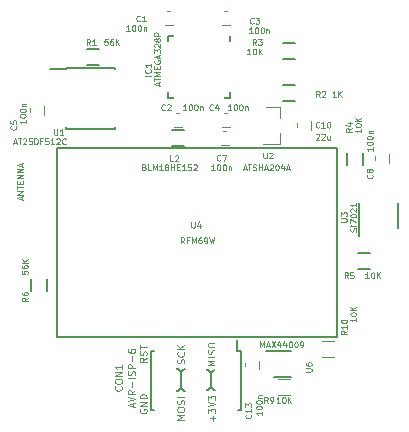
<source format=gto>
G04 #@! TF.GenerationSoftware,KiCad,Pcbnew,no-vcs-found-7713~57~ubuntu16.04.1*
G04 #@! TF.CreationDate,2017-02-24T16:11:26+02:00*
G04 #@! TF.ProjectId,multisensor_cr2032,6D756C746973656E736F725F63723230,rev?*
G04 #@! TF.FileFunction,Legend,Top*
G04 #@! TF.FilePolarity,Positive*
%FSLAX46Y46*%
G04 Gerber Fmt 4.6, Leading zero omitted, Abs format (unit mm)*
G04 Created by KiCad (PCBNEW no-vcs-found-7713~57~ubuntu16.04.1) date Fri Feb 24 16:11:26 2017*
%MOMM*%
%LPD*%
G01*
G04 APERTURE LIST*
%ADD10C,0.100000*%
%ADD11C,0.120000*%
%ADD12C,0.150000*%
%ADD13R,1.670000X2.900000*%
%ADD14R,1.600000X1.150000*%
%ADD15R,1.150000X1.600000*%
%ADD16R,2.125000X2.125000*%
%ADD17R,1.100000X0.650000*%
%ADD18R,0.650000X1.100000*%
%ADD19R,1.900000X3.400000*%
%ADD20R,1.600000X1.300000*%
%ADD21R,1.300000X1.600000*%
%ADD22R,1.950000X1.000000*%
%ADD23R,1.300000X1.200000*%
%ADD24R,1.700000X1.250000*%
%ADD25R,0.850000X1.030000*%
%ADD26R,3.400000X1.600000*%
%ADD27R,1.400000X1.200000*%
%ADD28R,1.050000X0.750000*%
G04 APERTURE END LIST*
D10*
D11*
X115842857Y-99371428D02*
X115871428Y-99285714D01*
X115871428Y-99142857D01*
X115842857Y-99085714D01*
X115814285Y-99057142D01*
X115757142Y-99028571D01*
X115700000Y-99028571D01*
X115642857Y-99057142D01*
X115614285Y-99085714D01*
X115585714Y-99142857D01*
X115557142Y-99257142D01*
X115528571Y-99314285D01*
X115500000Y-99342857D01*
X115442857Y-99371428D01*
X115385714Y-99371428D01*
X115328571Y-99342857D01*
X115300000Y-99314285D01*
X115271428Y-99257142D01*
X115271428Y-99114285D01*
X115300000Y-99028571D01*
X115814285Y-98428571D02*
X115842857Y-98457142D01*
X115871428Y-98542857D01*
X115871428Y-98600000D01*
X115842857Y-98685714D01*
X115785714Y-98742857D01*
X115728571Y-98771428D01*
X115614285Y-98800000D01*
X115528571Y-98800000D01*
X115414285Y-98771428D01*
X115357142Y-98742857D01*
X115300000Y-98685714D01*
X115271428Y-98600000D01*
X115271428Y-98542857D01*
X115300000Y-98457142D01*
X115328571Y-98428571D01*
X115871428Y-98171428D02*
X115271428Y-98171428D01*
X115871428Y-97828571D02*
X115528571Y-98085714D01*
X115271428Y-97828571D02*
X115614285Y-98171428D01*
X118471428Y-99542857D02*
X117871428Y-99542857D01*
X118300000Y-99342857D01*
X117871428Y-99142857D01*
X118471428Y-99142857D01*
X118471428Y-98857142D02*
X117871428Y-98857142D01*
X118442857Y-98600000D02*
X118471428Y-98514285D01*
X118471428Y-98371428D01*
X118442857Y-98314285D01*
X118414285Y-98285714D01*
X118357142Y-98257142D01*
X118300000Y-98257142D01*
X118242857Y-98285714D01*
X118214285Y-98314285D01*
X118185714Y-98371428D01*
X118157142Y-98485714D01*
X118128571Y-98542857D01*
X118100000Y-98571428D01*
X118042857Y-98600000D01*
X117985714Y-98600000D01*
X117928571Y-98571428D01*
X117900000Y-98542857D01*
X117871428Y-98485714D01*
X117871428Y-98342857D01*
X117900000Y-98257142D01*
X117871428Y-97885714D02*
X117871428Y-97771428D01*
X117900000Y-97714285D01*
X117957142Y-97657142D01*
X118071428Y-97628571D01*
X118271428Y-97628571D01*
X118385714Y-97657142D01*
X118442857Y-97714285D01*
X118471428Y-97771428D01*
X118471428Y-97885714D01*
X118442857Y-97942857D01*
X118385714Y-98000000D01*
X118271428Y-98028571D01*
X118071428Y-98028571D01*
X117957142Y-98000000D01*
X117900000Y-97942857D01*
X117871428Y-97885714D01*
X118242857Y-104257142D02*
X118242857Y-103800000D01*
X118471428Y-104028571D02*
X118014285Y-104028571D01*
X117871428Y-103571428D02*
X117871428Y-103200000D01*
X118100000Y-103400000D01*
X118100000Y-103314285D01*
X118128571Y-103257142D01*
X118157142Y-103228571D01*
X118214285Y-103200000D01*
X118357142Y-103200000D01*
X118414285Y-103228571D01*
X118442857Y-103257142D01*
X118471428Y-103314285D01*
X118471428Y-103485714D01*
X118442857Y-103542857D01*
X118414285Y-103571428D01*
X117871428Y-103028571D02*
X118471428Y-102828571D01*
X117871428Y-102628571D01*
X117871428Y-102485714D02*
X117871428Y-102114285D01*
X118100000Y-102314285D01*
X118100000Y-102228571D01*
X118128571Y-102171428D01*
X118157142Y-102142857D01*
X118214285Y-102114285D01*
X118357142Y-102114285D01*
X118414285Y-102142857D01*
X118442857Y-102171428D01*
X118471428Y-102228571D01*
X118471428Y-102400000D01*
X118442857Y-102457142D01*
X118414285Y-102485714D01*
X115871428Y-104142857D02*
X115271428Y-104142857D01*
X115700000Y-103942857D01*
X115271428Y-103742857D01*
X115871428Y-103742857D01*
X115271428Y-103342857D02*
X115271428Y-103228571D01*
X115300000Y-103171428D01*
X115357142Y-103114285D01*
X115471428Y-103085714D01*
X115671428Y-103085714D01*
X115785714Y-103114285D01*
X115842857Y-103171428D01*
X115871428Y-103228571D01*
X115871428Y-103342857D01*
X115842857Y-103400000D01*
X115785714Y-103457142D01*
X115671428Y-103485714D01*
X115471428Y-103485714D01*
X115357142Y-103457142D01*
X115300000Y-103400000D01*
X115271428Y-103342857D01*
X115842857Y-102857142D02*
X115871428Y-102771428D01*
X115871428Y-102628571D01*
X115842857Y-102571428D01*
X115814285Y-102542857D01*
X115757142Y-102514285D01*
X115700000Y-102514285D01*
X115642857Y-102542857D01*
X115614285Y-102571428D01*
X115585714Y-102628571D01*
X115557142Y-102742857D01*
X115528571Y-102800000D01*
X115500000Y-102828571D01*
X115442857Y-102857142D01*
X115385714Y-102857142D01*
X115328571Y-102828571D01*
X115300000Y-102800000D01*
X115271428Y-102742857D01*
X115271428Y-102600000D01*
X115300000Y-102514285D01*
X115871428Y-102257142D02*
X115271428Y-102257142D01*
X112100000Y-103257142D02*
X112071428Y-103314285D01*
X112071428Y-103400000D01*
X112100000Y-103485714D01*
X112157142Y-103542857D01*
X112214285Y-103571428D01*
X112328571Y-103600000D01*
X112414285Y-103600000D01*
X112528571Y-103571428D01*
X112585714Y-103542857D01*
X112642857Y-103485714D01*
X112671428Y-103400000D01*
X112671428Y-103342857D01*
X112642857Y-103257142D01*
X112614285Y-103228571D01*
X112414285Y-103228571D01*
X112414285Y-103342857D01*
X112671428Y-102971428D02*
X112071428Y-102971428D01*
X112671428Y-102628571D01*
X112071428Y-102628571D01*
X112671428Y-102342857D02*
X112071428Y-102342857D01*
X112071428Y-102200000D01*
X112100000Y-102114285D01*
X112157142Y-102057142D01*
X112214285Y-102028571D01*
X112328571Y-102000000D01*
X112414285Y-102000000D01*
X112528571Y-102028571D01*
X112585714Y-102057142D01*
X112642857Y-102114285D01*
X112671428Y-102200000D01*
X112671428Y-102342857D01*
X112671428Y-98928571D02*
X112385714Y-99128571D01*
X112671428Y-99271428D02*
X112071428Y-99271428D01*
X112071428Y-99042857D01*
X112100000Y-98985714D01*
X112128571Y-98957142D01*
X112185714Y-98928571D01*
X112271428Y-98928571D01*
X112328571Y-98957142D01*
X112357142Y-98985714D01*
X112385714Y-99042857D01*
X112385714Y-99271428D01*
X112642857Y-98700000D02*
X112671428Y-98614285D01*
X112671428Y-98471428D01*
X112642857Y-98414285D01*
X112614285Y-98385714D01*
X112557142Y-98357142D01*
X112500000Y-98357142D01*
X112442857Y-98385714D01*
X112414285Y-98414285D01*
X112385714Y-98471428D01*
X112357142Y-98585714D01*
X112328571Y-98642857D01*
X112300000Y-98671428D01*
X112242857Y-98700000D01*
X112185714Y-98700000D01*
X112128571Y-98671428D01*
X112100000Y-98642857D01*
X112071428Y-98585714D01*
X112071428Y-98442857D01*
X112100000Y-98357142D01*
X112071428Y-98185714D02*
X112071428Y-97842857D01*
X112671428Y-98014285D02*
X112071428Y-98014285D01*
D12*
X115570000Y-100137848D02*
X115570000Y-101439883D01*
X115316000Y-99838000D02*
X115570000Y-100092000D01*
X115570000Y-100092000D02*
X115824000Y-99838000D01*
X115824000Y-99838000D02*
X115951000Y-99838000D01*
X115189000Y-99838000D02*
X115316000Y-99838000D01*
X117856000Y-99938000D02*
X118110000Y-100192000D01*
X115824000Y-101738000D02*
X115570000Y-101484000D01*
X118364000Y-99938000D02*
X118491000Y-99938000D01*
X115316000Y-101738000D02*
X115189000Y-101738000D01*
X118110000Y-100192000D02*
X118364000Y-99938000D01*
X115570000Y-101484000D02*
X115316000Y-101738000D01*
X117729000Y-99938000D02*
X117856000Y-99938000D01*
X115951000Y-101738000D02*
X115824000Y-101738000D01*
X120650000Y-103338000D02*
X120370000Y-103338000D01*
X117856000Y-101638000D02*
X117729000Y-101638000D01*
X118110000Y-101384000D02*
X117856000Y-101638000D01*
X118364000Y-101638000D02*
X118110000Y-101384000D01*
X118491000Y-101638000D02*
X118364000Y-101638000D01*
X120650000Y-103338000D02*
X120650000Y-98338000D01*
X120650000Y-98338000D02*
X120370000Y-98338000D01*
X113030000Y-98338000D02*
X113310000Y-98338000D01*
X113030000Y-103338000D02*
X113030000Y-98338000D01*
X113030000Y-103338000D02*
X113310000Y-103338000D01*
X118140000Y-100138000D02*
X118140000Y-101438000D01*
X120340000Y-98338000D02*
X120340000Y-97438000D01*
D11*
X114204000Y-69504000D02*
X114904000Y-69504000D01*
X114904000Y-70704000D02*
X114204000Y-70704000D01*
X115666000Y-79340000D02*
X114966000Y-79340000D01*
X114966000Y-78140000D02*
X115666000Y-78140000D01*
X119730000Y-70704000D02*
X119030000Y-70704000D01*
X119030000Y-69504000D02*
X119730000Y-69504000D01*
X119730000Y-79340000D02*
X119030000Y-79340000D01*
X119030000Y-78140000D02*
X119730000Y-78140000D01*
X102778000Y-78328000D02*
X102778000Y-77628000D01*
X103978000Y-77628000D02*
X103978000Y-78328000D01*
X118964000Y-79664000D02*
X119664000Y-79664000D01*
X119664000Y-80864000D02*
X118964000Y-80864000D01*
X133188000Y-81692000D02*
X133188000Y-82392000D01*
X131988000Y-82392000D02*
X131988000Y-81692000D01*
X125384000Y-79598000D02*
X125384000Y-78898000D01*
X126584000Y-78898000D02*
X126584000Y-79598000D01*
D12*
X119719000Y-76893500D02*
X119719000Y-76368500D01*
X114469000Y-76893500D02*
X114469000Y-76368500D01*
X114469000Y-71643500D02*
X114469000Y-72168500D01*
X119719000Y-71643500D02*
X119719000Y-72168500D01*
X114469000Y-76893500D02*
X114994000Y-76893500D01*
X114469000Y-71643500D02*
X114994000Y-71643500D01*
X119719000Y-76893500D02*
X119194000Y-76893500D01*
X108620000Y-74081000D02*
X107620000Y-74081000D01*
X107620000Y-72731000D02*
X108620000Y-72731000D01*
X125214000Y-77129000D02*
X124214000Y-77129000D01*
X124214000Y-75779000D02*
X125214000Y-75779000D01*
X125214000Y-73573000D02*
X124214000Y-73573000D01*
X124214000Y-72223000D02*
X125214000Y-72223000D01*
X129627000Y-82542000D02*
X129627000Y-81542000D01*
X130977000Y-81542000D02*
X130977000Y-82542000D01*
X130564000Y-90003000D02*
X131564000Y-90003000D01*
X131564000Y-91353000D02*
X130564000Y-91353000D01*
X102873000Y-93210000D02*
X102873000Y-92210000D01*
X104223000Y-92210000D02*
X104223000Y-93210000D01*
X105875000Y-74437000D02*
X104475000Y-74437000D01*
X105875000Y-79537000D02*
X110025000Y-79537000D01*
X105875000Y-74387000D02*
X110025000Y-74387000D01*
X105875000Y-79537000D02*
X105875000Y-79392000D01*
X110025000Y-79537000D02*
X110025000Y-79392000D01*
X110025000Y-74387000D02*
X110025000Y-74532000D01*
X105875000Y-74387000D02*
X105875000Y-74437000D01*
D11*
X123966000Y-80828000D02*
X122506000Y-80828000D01*
X123966000Y-77668000D02*
X121806000Y-77668000D01*
X123966000Y-77668000D02*
X123966000Y-78598000D01*
X123966000Y-80828000D02*
X123966000Y-79898000D01*
D12*
X130684000Y-88598000D02*
X130684000Y-85843000D01*
X133984000Y-87893000D02*
X133984000Y-85843000D01*
X128746000Y-97106000D02*
X105046000Y-97106000D01*
X105046000Y-97106000D02*
X105046000Y-81106000D01*
X105046000Y-81106000D02*
X128746000Y-81106000D01*
X128746000Y-81106000D02*
X128746000Y-97106000D01*
X114816000Y-79589000D02*
X115816000Y-79589000D01*
X115816000Y-80939000D02*
X114816000Y-80939000D01*
D11*
X121000000Y-99850000D02*
X121000000Y-99150000D01*
X122200000Y-99150000D02*
X122200000Y-99850000D01*
X123800000Y-100720000D02*
X124800000Y-100720000D01*
X124800000Y-102080000D02*
X123800000Y-102080000D01*
X127500000Y-97520000D02*
X128500000Y-97520000D01*
X128500000Y-98880000D02*
X127500000Y-98880000D01*
D12*
X122750000Y-98300000D02*
X124925000Y-98300000D01*
X123475000Y-100500000D02*
X124925000Y-100500000D01*
D11*
X110514285Y-101328571D02*
X110542857Y-101357142D01*
X110571428Y-101442857D01*
X110571428Y-101500000D01*
X110542857Y-101585714D01*
X110485714Y-101642857D01*
X110428571Y-101671428D01*
X110314285Y-101700000D01*
X110228571Y-101700000D01*
X110114285Y-101671428D01*
X110057142Y-101642857D01*
X110000000Y-101585714D01*
X109971428Y-101500000D01*
X109971428Y-101442857D01*
X110000000Y-101357142D01*
X110028571Y-101328571D01*
X109971428Y-100957142D02*
X109971428Y-100842857D01*
X110000000Y-100785714D01*
X110057142Y-100728571D01*
X110171428Y-100700000D01*
X110371428Y-100700000D01*
X110485714Y-100728571D01*
X110542857Y-100785714D01*
X110571428Y-100842857D01*
X110571428Y-100957142D01*
X110542857Y-101014285D01*
X110485714Y-101071428D01*
X110371428Y-101100000D01*
X110171428Y-101100000D01*
X110057142Y-101071428D01*
X110000000Y-101014285D01*
X109971428Y-100957142D01*
X110571428Y-100442857D02*
X109971428Y-100442857D01*
X110571428Y-100100000D01*
X109971428Y-100100000D01*
X110571428Y-99500000D02*
X110571428Y-99842857D01*
X110571428Y-99671428D02*
X109971428Y-99671428D01*
X110057142Y-99728571D01*
X110114285Y-99785714D01*
X110142857Y-99842857D01*
X111500000Y-103057142D02*
X111500000Y-102771428D01*
X111671428Y-103114285D02*
X111071428Y-102914285D01*
X111671428Y-102714285D01*
X111071428Y-102600000D02*
X111671428Y-102400000D01*
X111071428Y-102200000D01*
X111671428Y-101657142D02*
X111385714Y-101857142D01*
X111671428Y-102000000D02*
X111071428Y-102000000D01*
X111071428Y-101771428D01*
X111100000Y-101714285D01*
X111128571Y-101685714D01*
X111185714Y-101657142D01*
X111271428Y-101657142D01*
X111328571Y-101685714D01*
X111357142Y-101714285D01*
X111385714Y-101771428D01*
X111385714Y-102000000D01*
X111442857Y-101400000D02*
X111442857Y-100942857D01*
X111671428Y-100657142D02*
X111071428Y-100657142D01*
X111642857Y-100400000D02*
X111671428Y-100314285D01*
X111671428Y-100171428D01*
X111642857Y-100114285D01*
X111614285Y-100085714D01*
X111557142Y-100057142D01*
X111500000Y-100057142D01*
X111442857Y-100085714D01*
X111414285Y-100114285D01*
X111385714Y-100171428D01*
X111357142Y-100285714D01*
X111328571Y-100342857D01*
X111300000Y-100371428D01*
X111242857Y-100400000D01*
X111185714Y-100400000D01*
X111128571Y-100371428D01*
X111100000Y-100342857D01*
X111071428Y-100285714D01*
X111071428Y-100142857D01*
X111100000Y-100057142D01*
X111671428Y-99800000D02*
X111071428Y-99800000D01*
X111071428Y-99571428D01*
X111100000Y-99514285D01*
X111128571Y-99485714D01*
X111185714Y-99457142D01*
X111271428Y-99457142D01*
X111328571Y-99485714D01*
X111357142Y-99514285D01*
X111385714Y-99571428D01*
X111385714Y-99800000D01*
X111442857Y-99200000D02*
X111442857Y-98742857D01*
X111071428Y-98200000D02*
X111071428Y-98314285D01*
X111100000Y-98371428D01*
X111128571Y-98400000D01*
X111214285Y-98457142D01*
X111328571Y-98485714D01*
X111557142Y-98485714D01*
X111614285Y-98457142D01*
X111642857Y-98428571D01*
X111671428Y-98371428D01*
X111671428Y-98257142D01*
X111642857Y-98200000D01*
X111614285Y-98171428D01*
X111557142Y-98142857D01*
X111414285Y-98142857D01*
X111357142Y-98171428D01*
X111328571Y-98200000D01*
X111300000Y-98257142D01*
X111300000Y-98371428D01*
X111328571Y-98428571D01*
X111357142Y-98457142D01*
X111414285Y-98485714D01*
D10*
X112116666Y-70378571D02*
X112092857Y-70402380D01*
X112021428Y-70426190D01*
X111973809Y-70426190D01*
X111902380Y-70402380D01*
X111854761Y-70354761D01*
X111830952Y-70307142D01*
X111807142Y-70211904D01*
X111807142Y-70140476D01*
X111830952Y-70045238D01*
X111854761Y-69997619D01*
X111902380Y-69950000D01*
X111973809Y-69926190D01*
X112021428Y-69926190D01*
X112092857Y-69950000D01*
X112116666Y-69973809D01*
X112592857Y-70426190D02*
X112307142Y-70426190D01*
X112450000Y-70426190D02*
X112450000Y-69926190D01*
X112402380Y-69997619D01*
X112354761Y-70045238D01*
X112307142Y-70069047D01*
X111240476Y-71226190D02*
X110954761Y-71226190D01*
X111097619Y-71226190D02*
X111097619Y-70726190D01*
X111050000Y-70797619D01*
X111002380Y-70845238D01*
X110954761Y-70869047D01*
X111550000Y-70726190D02*
X111597619Y-70726190D01*
X111645238Y-70750000D01*
X111669047Y-70773809D01*
X111692857Y-70821428D01*
X111716666Y-70916666D01*
X111716666Y-71035714D01*
X111692857Y-71130952D01*
X111669047Y-71178571D01*
X111645238Y-71202380D01*
X111597619Y-71226190D01*
X111550000Y-71226190D01*
X111502380Y-71202380D01*
X111478571Y-71178571D01*
X111454761Y-71130952D01*
X111430952Y-71035714D01*
X111430952Y-70916666D01*
X111454761Y-70821428D01*
X111478571Y-70773809D01*
X111502380Y-70750000D01*
X111550000Y-70726190D01*
X112026190Y-70726190D02*
X112073809Y-70726190D01*
X112121428Y-70750000D01*
X112145238Y-70773809D01*
X112169047Y-70821428D01*
X112192857Y-70916666D01*
X112192857Y-71035714D01*
X112169047Y-71130952D01*
X112145238Y-71178571D01*
X112121428Y-71202380D01*
X112073809Y-71226190D01*
X112026190Y-71226190D01*
X111978571Y-71202380D01*
X111954761Y-71178571D01*
X111930952Y-71130952D01*
X111907142Y-71035714D01*
X111907142Y-70916666D01*
X111930952Y-70821428D01*
X111954761Y-70773809D01*
X111978571Y-70750000D01*
X112026190Y-70726190D01*
X112407142Y-70892857D02*
X112407142Y-71226190D01*
X112407142Y-70940476D02*
X112430952Y-70916666D01*
X112478571Y-70892857D01*
X112550000Y-70892857D01*
X112597619Y-70916666D01*
X112621428Y-70964285D01*
X112621428Y-71226190D01*
X114216666Y-77902571D02*
X114192857Y-77926380D01*
X114121428Y-77950190D01*
X114073809Y-77950190D01*
X114002380Y-77926380D01*
X113954761Y-77878761D01*
X113930952Y-77831142D01*
X113907142Y-77735904D01*
X113907142Y-77664476D01*
X113930952Y-77569238D01*
X113954761Y-77521619D01*
X114002380Y-77474000D01*
X114073809Y-77450190D01*
X114121428Y-77450190D01*
X114192857Y-77474000D01*
X114216666Y-77497809D01*
X114407142Y-77497809D02*
X114430952Y-77474000D01*
X114478571Y-77450190D01*
X114597619Y-77450190D01*
X114645238Y-77474000D01*
X114669047Y-77497809D01*
X114692857Y-77545428D01*
X114692857Y-77593047D01*
X114669047Y-77664476D01*
X114383333Y-77950190D01*
X114692857Y-77950190D01*
X116026476Y-77950190D02*
X115740761Y-77950190D01*
X115883619Y-77950190D02*
X115883619Y-77450190D01*
X115836000Y-77521619D01*
X115788380Y-77569238D01*
X115740761Y-77593047D01*
X116336000Y-77450190D02*
X116383619Y-77450190D01*
X116431238Y-77474000D01*
X116455047Y-77497809D01*
X116478857Y-77545428D01*
X116502666Y-77640666D01*
X116502666Y-77759714D01*
X116478857Y-77854952D01*
X116455047Y-77902571D01*
X116431238Y-77926380D01*
X116383619Y-77950190D01*
X116336000Y-77950190D01*
X116288380Y-77926380D01*
X116264571Y-77902571D01*
X116240761Y-77854952D01*
X116216952Y-77759714D01*
X116216952Y-77640666D01*
X116240761Y-77545428D01*
X116264571Y-77497809D01*
X116288380Y-77474000D01*
X116336000Y-77450190D01*
X116812190Y-77450190D02*
X116859809Y-77450190D01*
X116907428Y-77474000D01*
X116931238Y-77497809D01*
X116955047Y-77545428D01*
X116978857Y-77640666D01*
X116978857Y-77759714D01*
X116955047Y-77854952D01*
X116931238Y-77902571D01*
X116907428Y-77926380D01*
X116859809Y-77950190D01*
X116812190Y-77950190D01*
X116764571Y-77926380D01*
X116740761Y-77902571D01*
X116716952Y-77854952D01*
X116693142Y-77759714D01*
X116693142Y-77640666D01*
X116716952Y-77545428D01*
X116740761Y-77497809D01*
X116764571Y-77474000D01*
X116812190Y-77450190D01*
X117193142Y-77616857D02*
X117193142Y-77950190D01*
X117193142Y-77664476D02*
X117216952Y-77640666D01*
X117264571Y-77616857D01*
X117336000Y-77616857D01*
X117383619Y-77640666D01*
X117407428Y-77688285D01*
X117407428Y-77950190D01*
X121716666Y-70578571D02*
X121692857Y-70602380D01*
X121621428Y-70626190D01*
X121573809Y-70626190D01*
X121502380Y-70602380D01*
X121454761Y-70554761D01*
X121430952Y-70507142D01*
X121407142Y-70411904D01*
X121407142Y-70340476D01*
X121430952Y-70245238D01*
X121454761Y-70197619D01*
X121502380Y-70150000D01*
X121573809Y-70126190D01*
X121621428Y-70126190D01*
X121692857Y-70150000D01*
X121716666Y-70173809D01*
X121883333Y-70126190D02*
X122192857Y-70126190D01*
X122026190Y-70316666D01*
X122097619Y-70316666D01*
X122145238Y-70340476D01*
X122169047Y-70364285D01*
X122192857Y-70411904D01*
X122192857Y-70530952D01*
X122169047Y-70578571D01*
X122145238Y-70602380D01*
X122097619Y-70626190D01*
X121954761Y-70626190D01*
X121907142Y-70602380D01*
X121883333Y-70578571D01*
X121640476Y-71426190D02*
X121354761Y-71426190D01*
X121497619Y-71426190D02*
X121497619Y-70926190D01*
X121450000Y-70997619D01*
X121402380Y-71045238D01*
X121354761Y-71069047D01*
X121950000Y-70926190D02*
X121997619Y-70926190D01*
X122045238Y-70950000D01*
X122069047Y-70973809D01*
X122092857Y-71021428D01*
X122116666Y-71116666D01*
X122116666Y-71235714D01*
X122092857Y-71330952D01*
X122069047Y-71378571D01*
X122045238Y-71402380D01*
X121997619Y-71426190D01*
X121950000Y-71426190D01*
X121902380Y-71402380D01*
X121878571Y-71378571D01*
X121854761Y-71330952D01*
X121830952Y-71235714D01*
X121830952Y-71116666D01*
X121854761Y-71021428D01*
X121878571Y-70973809D01*
X121902380Y-70950000D01*
X121950000Y-70926190D01*
X122426190Y-70926190D02*
X122473809Y-70926190D01*
X122521428Y-70950000D01*
X122545238Y-70973809D01*
X122569047Y-71021428D01*
X122592857Y-71116666D01*
X122592857Y-71235714D01*
X122569047Y-71330952D01*
X122545238Y-71378571D01*
X122521428Y-71402380D01*
X122473809Y-71426190D01*
X122426190Y-71426190D01*
X122378571Y-71402380D01*
X122354761Y-71378571D01*
X122330952Y-71330952D01*
X122307142Y-71235714D01*
X122307142Y-71116666D01*
X122330952Y-71021428D01*
X122354761Y-70973809D01*
X122378571Y-70950000D01*
X122426190Y-70926190D01*
X122807142Y-71092857D02*
X122807142Y-71426190D01*
X122807142Y-71140476D02*
X122830952Y-71116666D01*
X122878571Y-71092857D01*
X122950000Y-71092857D01*
X122997619Y-71116666D01*
X123021428Y-71164285D01*
X123021428Y-71426190D01*
X118280666Y-77902571D02*
X118256857Y-77926380D01*
X118185428Y-77950190D01*
X118137809Y-77950190D01*
X118066380Y-77926380D01*
X118018761Y-77878761D01*
X117994952Y-77831142D01*
X117971142Y-77735904D01*
X117971142Y-77664476D01*
X117994952Y-77569238D01*
X118018761Y-77521619D01*
X118066380Y-77474000D01*
X118137809Y-77450190D01*
X118185428Y-77450190D01*
X118256857Y-77474000D01*
X118280666Y-77497809D01*
X118709238Y-77616857D02*
X118709238Y-77950190D01*
X118590190Y-77426380D02*
X118471142Y-77783523D01*
X118780666Y-77783523D01*
X119836476Y-77950190D02*
X119550761Y-77950190D01*
X119693619Y-77950190D02*
X119693619Y-77450190D01*
X119646000Y-77521619D01*
X119598380Y-77569238D01*
X119550761Y-77593047D01*
X120146000Y-77450190D02*
X120193619Y-77450190D01*
X120241238Y-77474000D01*
X120265047Y-77497809D01*
X120288857Y-77545428D01*
X120312666Y-77640666D01*
X120312666Y-77759714D01*
X120288857Y-77854952D01*
X120265047Y-77902571D01*
X120241238Y-77926380D01*
X120193619Y-77950190D01*
X120146000Y-77950190D01*
X120098380Y-77926380D01*
X120074571Y-77902571D01*
X120050761Y-77854952D01*
X120026952Y-77759714D01*
X120026952Y-77640666D01*
X120050761Y-77545428D01*
X120074571Y-77497809D01*
X120098380Y-77474000D01*
X120146000Y-77450190D01*
X120622190Y-77450190D02*
X120669809Y-77450190D01*
X120717428Y-77474000D01*
X120741238Y-77497809D01*
X120765047Y-77545428D01*
X120788857Y-77640666D01*
X120788857Y-77759714D01*
X120765047Y-77854952D01*
X120741238Y-77902571D01*
X120717428Y-77926380D01*
X120669809Y-77950190D01*
X120622190Y-77950190D01*
X120574571Y-77926380D01*
X120550761Y-77902571D01*
X120526952Y-77854952D01*
X120503142Y-77759714D01*
X120503142Y-77640666D01*
X120526952Y-77545428D01*
X120550761Y-77497809D01*
X120574571Y-77474000D01*
X120622190Y-77450190D01*
X121003142Y-77616857D02*
X121003142Y-77950190D01*
X121003142Y-77664476D02*
X121026952Y-77640666D01*
X121074571Y-77616857D01*
X121146000Y-77616857D01*
X121193619Y-77640666D01*
X121217428Y-77688285D01*
X121217428Y-77950190D01*
X101578571Y-79283333D02*
X101602380Y-79307142D01*
X101626190Y-79378571D01*
X101626190Y-79426190D01*
X101602380Y-79497619D01*
X101554761Y-79545238D01*
X101507142Y-79569047D01*
X101411904Y-79592857D01*
X101340476Y-79592857D01*
X101245238Y-79569047D01*
X101197619Y-79545238D01*
X101150000Y-79497619D01*
X101126190Y-79426190D01*
X101126190Y-79378571D01*
X101150000Y-79307142D01*
X101173809Y-79283333D01*
X101126190Y-78830952D02*
X101126190Y-79069047D01*
X101364285Y-79092857D01*
X101340476Y-79069047D01*
X101316666Y-79021428D01*
X101316666Y-78902380D01*
X101340476Y-78854761D01*
X101364285Y-78830952D01*
X101411904Y-78807142D01*
X101530952Y-78807142D01*
X101578571Y-78830952D01*
X101602380Y-78854761D01*
X101626190Y-78902380D01*
X101626190Y-79021428D01*
X101602380Y-79069047D01*
X101578571Y-79092857D01*
X102426190Y-78759523D02*
X102426190Y-79045238D01*
X102426190Y-78902380D02*
X101926190Y-78902380D01*
X101997619Y-78950000D01*
X102045238Y-78997619D01*
X102069047Y-79045238D01*
X101926190Y-78450000D02*
X101926190Y-78402380D01*
X101950000Y-78354761D01*
X101973809Y-78330952D01*
X102021428Y-78307142D01*
X102116666Y-78283333D01*
X102235714Y-78283333D01*
X102330952Y-78307142D01*
X102378571Y-78330952D01*
X102402380Y-78354761D01*
X102426190Y-78402380D01*
X102426190Y-78450000D01*
X102402380Y-78497619D01*
X102378571Y-78521428D01*
X102330952Y-78545238D01*
X102235714Y-78569047D01*
X102116666Y-78569047D01*
X102021428Y-78545238D01*
X101973809Y-78521428D01*
X101950000Y-78497619D01*
X101926190Y-78450000D01*
X101926190Y-77973809D02*
X101926190Y-77926190D01*
X101950000Y-77878571D01*
X101973809Y-77854761D01*
X102021428Y-77830952D01*
X102116666Y-77807142D01*
X102235714Y-77807142D01*
X102330952Y-77830952D01*
X102378571Y-77854761D01*
X102402380Y-77878571D01*
X102426190Y-77926190D01*
X102426190Y-77973809D01*
X102402380Y-78021428D01*
X102378571Y-78045238D01*
X102330952Y-78069047D01*
X102235714Y-78092857D01*
X102116666Y-78092857D01*
X102021428Y-78069047D01*
X101973809Y-78045238D01*
X101950000Y-78021428D01*
X101926190Y-77973809D01*
X102092857Y-77592857D02*
X102426190Y-77592857D01*
X102140476Y-77592857D02*
X102116666Y-77569047D01*
X102092857Y-77521428D01*
X102092857Y-77450000D01*
X102116666Y-77402380D01*
X102164285Y-77378571D01*
X102426190Y-77378571D01*
X118916666Y-82178571D02*
X118892857Y-82202380D01*
X118821428Y-82226190D01*
X118773809Y-82226190D01*
X118702380Y-82202380D01*
X118654761Y-82154761D01*
X118630952Y-82107142D01*
X118607142Y-82011904D01*
X118607142Y-81940476D01*
X118630952Y-81845238D01*
X118654761Y-81797619D01*
X118702380Y-81750000D01*
X118773809Y-81726190D01*
X118821428Y-81726190D01*
X118892857Y-81750000D01*
X118916666Y-81773809D01*
X119083333Y-81726190D02*
X119416666Y-81726190D01*
X119202380Y-82226190D01*
X118440476Y-83026190D02*
X118154761Y-83026190D01*
X118297619Y-83026190D02*
X118297619Y-82526190D01*
X118250000Y-82597619D01*
X118202380Y-82645238D01*
X118154761Y-82669047D01*
X118750000Y-82526190D02*
X118797619Y-82526190D01*
X118845238Y-82550000D01*
X118869047Y-82573809D01*
X118892857Y-82621428D01*
X118916666Y-82716666D01*
X118916666Y-82835714D01*
X118892857Y-82930952D01*
X118869047Y-82978571D01*
X118845238Y-83002380D01*
X118797619Y-83026190D01*
X118750000Y-83026190D01*
X118702380Y-83002380D01*
X118678571Y-82978571D01*
X118654761Y-82930952D01*
X118630952Y-82835714D01*
X118630952Y-82716666D01*
X118654761Y-82621428D01*
X118678571Y-82573809D01*
X118702380Y-82550000D01*
X118750000Y-82526190D01*
X119226190Y-82526190D02*
X119273809Y-82526190D01*
X119321428Y-82550000D01*
X119345238Y-82573809D01*
X119369047Y-82621428D01*
X119392857Y-82716666D01*
X119392857Y-82835714D01*
X119369047Y-82930952D01*
X119345238Y-82978571D01*
X119321428Y-83002380D01*
X119273809Y-83026190D01*
X119226190Y-83026190D01*
X119178571Y-83002380D01*
X119154761Y-82978571D01*
X119130952Y-82930952D01*
X119107142Y-82835714D01*
X119107142Y-82716666D01*
X119130952Y-82621428D01*
X119154761Y-82573809D01*
X119178571Y-82550000D01*
X119226190Y-82526190D01*
X119607142Y-82692857D02*
X119607142Y-83026190D01*
X119607142Y-82740476D02*
X119630952Y-82716666D01*
X119678571Y-82692857D01*
X119750000Y-82692857D01*
X119797619Y-82716666D01*
X119821428Y-82764285D01*
X119821428Y-83026190D01*
X131750571Y-83395333D02*
X131774380Y-83419142D01*
X131798190Y-83490571D01*
X131798190Y-83538190D01*
X131774380Y-83609619D01*
X131726761Y-83657238D01*
X131679142Y-83681047D01*
X131583904Y-83704857D01*
X131512476Y-83704857D01*
X131417238Y-83681047D01*
X131369619Y-83657238D01*
X131322000Y-83609619D01*
X131298190Y-83538190D01*
X131298190Y-83490571D01*
X131322000Y-83419142D01*
X131345809Y-83395333D01*
X131512476Y-83109619D02*
X131488666Y-83157238D01*
X131464857Y-83181047D01*
X131417238Y-83204857D01*
X131393428Y-83204857D01*
X131345809Y-83181047D01*
X131322000Y-83157238D01*
X131298190Y-83109619D01*
X131298190Y-83014380D01*
X131322000Y-82966761D01*
X131345809Y-82942952D01*
X131393428Y-82919142D01*
X131417238Y-82919142D01*
X131464857Y-82942952D01*
X131488666Y-82966761D01*
X131512476Y-83014380D01*
X131512476Y-83109619D01*
X131536285Y-83157238D01*
X131560095Y-83181047D01*
X131607714Y-83204857D01*
X131702952Y-83204857D01*
X131750571Y-83181047D01*
X131774380Y-83157238D01*
X131798190Y-83109619D01*
X131798190Y-83014380D01*
X131774380Y-82966761D01*
X131750571Y-82942952D01*
X131702952Y-82919142D01*
X131607714Y-82919142D01*
X131560095Y-82942952D01*
X131536285Y-82966761D01*
X131512476Y-83014380D01*
X131798190Y-81077523D02*
X131798190Y-81363238D01*
X131798190Y-81220380D02*
X131298190Y-81220380D01*
X131369619Y-81268000D01*
X131417238Y-81315619D01*
X131441047Y-81363238D01*
X131298190Y-80768000D02*
X131298190Y-80720380D01*
X131322000Y-80672761D01*
X131345809Y-80648952D01*
X131393428Y-80625142D01*
X131488666Y-80601333D01*
X131607714Y-80601333D01*
X131702952Y-80625142D01*
X131750571Y-80648952D01*
X131774380Y-80672761D01*
X131798190Y-80720380D01*
X131798190Y-80768000D01*
X131774380Y-80815619D01*
X131750571Y-80839428D01*
X131702952Y-80863238D01*
X131607714Y-80887047D01*
X131488666Y-80887047D01*
X131393428Y-80863238D01*
X131345809Y-80839428D01*
X131322000Y-80815619D01*
X131298190Y-80768000D01*
X131298190Y-80291809D02*
X131298190Y-80244190D01*
X131322000Y-80196571D01*
X131345809Y-80172761D01*
X131393428Y-80148952D01*
X131488666Y-80125142D01*
X131607714Y-80125142D01*
X131702952Y-80148952D01*
X131750571Y-80172761D01*
X131774380Y-80196571D01*
X131798190Y-80244190D01*
X131798190Y-80291809D01*
X131774380Y-80339428D01*
X131750571Y-80363238D01*
X131702952Y-80387047D01*
X131607714Y-80410857D01*
X131488666Y-80410857D01*
X131393428Y-80387047D01*
X131345809Y-80363238D01*
X131322000Y-80339428D01*
X131298190Y-80291809D01*
X131464857Y-79910857D02*
X131798190Y-79910857D01*
X131512476Y-79910857D02*
X131488666Y-79887047D01*
X131464857Y-79839428D01*
X131464857Y-79768000D01*
X131488666Y-79720380D01*
X131536285Y-79696571D01*
X131798190Y-79696571D01*
X127278571Y-79378571D02*
X127254761Y-79402380D01*
X127183333Y-79426190D01*
X127135714Y-79426190D01*
X127064285Y-79402380D01*
X127016666Y-79354761D01*
X126992857Y-79307142D01*
X126969047Y-79211904D01*
X126969047Y-79140476D01*
X126992857Y-79045238D01*
X127016666Y-78997619D01*
X127064285Y-78950000D01*
X127135714Y-78926190D01*
X127183333Y-78926190D01*
X127254761Y-78950000D01*
X127278571Y-78973809D01*
X127754761Y-79426190D02*
X127469047Y-79426190D01*
X127611904Y-79426190D02*
X127611904Y-78926190D01*
X127564285Y-78997619D01*
X127516666Y-79045238D01*
X127469047Y-79069047D01*
X128064285Y-78926190D02*
X128111904Y-78926190D01*
X128159523Y-78950000D01*
X128183333Y-78973809D01*
X128207142Y-79021428D01*
X128230952Y-79116666D01*
X128230952Y-79235714D01*
X128207142Y-79330952D01*
X128183333Y-79378571D01*
X128159523Y-79402380D01*
X128111904Y-79426190D01*
X128064285Y-79426190D01*
X128016666Y-79402380D01*
X127992857Y-79378571D01*
X127969047Y-79330952D01*
X127945238Y-79235714D01*
X127945238Y-79116666D01*
X127969047Y-79021428D01*
X127992857Y-78973809D01*
X128016666Y-78950000D01*
X128064285Y-78926190D01*
X126992857Y-79973809D02*
X127016666Y-79950000D01*
X127064285Y-79926190D01*
X127183333Y-79926190D01*
X127230952Y-79950000D01*
X127254761Y-79973809D01*
X127278571Y-80021428D01*
X127278571Y-80069047D01*
X127254761Y-80140476D01*
X126969047Y-80426190D01*
X127278571Y-80426190D01*
X127469047Y-79973809D02*
X127492857Y-79950000D01*
X127540476Y-79926190D01*
X127659523Y-79926190D01*
X127707142Y-79950000D01*
X127730952Y-79973809D01*
X127754761Y-80021428D01*
X127754761Y-80069047D01*
X127730952Y-80140476D01*
X127445238Y-80426190D01*
X127754761Y-80426190D01*
X128183333Y-80092857D02*
X128183333Y-80426190D01*
X127969047Y-80092857D02*
X127969047Y-80354761D01*
X127992857Y-80402380D01*
X128040476Y-80426190D01*
X128111904Y-80426190D01*
X128159523Y-80402380D01*
X128183333Y-80378571D01*
X113026190Y-75010595D02*
X112526190Y-75010595D01*
X112978571Y-74486785D02*
X113002380Y-74510595D01*
X113026190Y-74582023D01*
X113026190Y-74629642D01*
X113002380Y-74701071D01*
X112954761Y-74748690D01*
X112907142Y-74772500D01*
X112811904Y-74796309D01*
X112740476Y-74796309D01*
X112645238Y-74772500D01*
X112597619Y-74748690D01*
X112550000Y-74701071D01*
X112526190Y-74629642D01*
X112526190Y-74582023D01*
X112550000Y-74510595D01*
X112573809Y-74486785D01*
X113026190Y-74010595D02*
X113026190Y-74296309D01*
X113026190Y-74153452D02*
X112526190Y-74153452D01*
X112597619Y-74201071D01*
X112645238Y-74248690D01*
X112669047Y-74296309D01*
X113683333Y-75850000D02*
X113683333Y-75611904D01*
X113826190Y-75897619D02*
X113326190Y-75730952D01*
X113826190Y-75564285D01*
X113326190Y-75469047D02*
X113326190Y-75183333D01*
X113826190Y-75326190D02*
X113326190Y-75326190D01*
X113826190Y-75016666D02*
X113326190Y-75016666D01*
X113683333Y-74850000D01*
X113326190Y-74683333D01*
X113826190Y-74683333D01*
X113564285Y-74445238D02*
X113564285Y-74278571D01*
X113826190Y-74207142D02*
X113826190Y-74445238D01*
X113326190Y-74445238D01*
X113326190Y-74207142D01*
X113350000Y-73730952D02*
X113326190Y-73778571D01*
X113326190Y-73850000D01*
X113350000Y-73921428D01*
X113397619Y-73969047D01*
X113445238Y-73992857D01*
X113540476Y-74016666D01*
X113611904Y-74016666D01*
X113707142Y-73992857D01*
X113754761Y-73969047D01*
X113802380Y-73921428D01*
X113826190Y-73850000D01*
X113826190Y-73802380D01*
X113802380Y-73730952D01*
X113778571Y-73707142D01*
X113611904Y-73707142D01*
X113611904Y-73802380D01*
X113683333Y-73516666D02*
X113683333Y-73278571D01*
X113826190Y-73564285D02*
X113326190Y-73397619D01*
X113826190Y-73230952D01*
X113326190Y-73111904D02*
X113326190Y-72802380D01*
X113516666Y-72969047D01*
X113516666Y-72897619D01*
X113540476Y-72850000D01*
X113564285Y-72826190D01*
X113611904Y-72802380D01*
X113730952Y-72802380D01*
X113778571Y-72826190D01*
X113802380Y-72850000D01*
X113826190Y-72897619D01*
X113826190Y-73040476D01*
X113802380Y-73088095D01*
X113778571Y-73111904D01*
X113373809Y-72611904D02*
X113350000Y-72588095D01*
X113326190Y-72540476D01*
X113326190Y-72421428D01*
X113350000Y-72373809D01*
X113373809Y-72350000D01*
X113421428Y-72326190D01*
X113469047Y-72326190D01*
X113540476Y-72350000D01*
X113826190Y-72635714D01*
X113826190Y-72326190D01*
X113540476Y-72040476D02*
X113516666Y-72088095D01*
X113492857Y-72111904D01*
X113445238Y-72135714D01*
X113421428Y-72135714D01*
X113373809Y-72111904D01*
X113350000Y-72088095D01*
X113326190Y-72040476D01*
X113326190Y-71945238D01*
X113350000Y-71897619D01*
X113373809Y-71873809D01*
X113421428Y-71850000D01*
X113445238Y-71850000D01*
X113492857Y-71873809D01*
X113516666Y-71897619D01*
X113540476Y-71945238D01*
X113540476Y-72040476D01*
X113564285Y-72088095D01*
X113588095Y-72111904D01*
X113635714Y-72135714D01*
X113730952Y-72135714D01*
X113778571Y-72111904D01*
X113802380Y-72088095D01*
X113826190Y-72040476D01*
X113826190Y-71945238D01*
X113802380Y-71897619D01*
X113778571Y-71873809D01*
X113730952Y-71850000D01*
X113635714Y-71850000D01*
X113588095Y-71873809D01*
X113564285Y-71897619D01*
X113540476Y-71945238D01*
X113826190Y-71635714D02*
X113326190Y-71635714D01*
X113326190Y-71445238D01*
X113350000Y-71397619D01*
X113373809Y-71373809D01*
X113421428Y-71350000D01*
X113492857Y-71350000D01*
X113540476Y-71373809D01*
X113564285Y-71397619D01*
X113588095Y-71445238D01*
X113588095Y-71635714D01*
X102083333Y-85535714D02*
X102083333Y-85297619D01*
X102226190Y-85583333D02*
X101726190Y-85416666D01*
X102226190Y-85250000D01*
X102226190Y-85083333D02*
X101726190Y-85083333D01*
X102226190Y-84797619D01*
X101726190Y-84797619D01*
X101726190Y-84630952D02*
X101726190Y-84345238D01*
X102226190Y-84488095D02*
X101726190Y-84488095D01*
X101964285Y-84178571D02*
X101964285Y-84011904D01*
X102226190Y-83940476D02*
X102226190Y-84178571D01*
X101726190Y-84178571D01*
X101726190Y-83940476D01*
X102226190Y-83726190D02*
X101726190Y-83726190D01*
X102226190Y-83440476D01*
X101726190Y-83440476D01*
X102226190Y-83202380D02*
X101726190Y-83202380D01*
X102226190Y-82916666D01*
X101726190Y-82916666D01*
X102083333Y-82702380D02*
X102083333Y-82464285D01*
X102226190Y-82750000D02*
X101726190Y-82583333D01*
X102226190Y-82416666D01*
X107866666Y-72426190D02*
X107700000Y-72188095D01*
X107580952Y-72426190D02*
X107580952Y-71926190D01*
X107771428Y-71926190D01*
X107819047Y-71950000D01*
X107842857Y-71973809D01*
X107866666Y-72021428D01*
X107866666Y-72092857D01*
X107842857Y-72140476D01*
X107819047Y-72164285D01*
X107771428Y-72188095D01*
X107580952Y-72188095D01*
X108342857Y-72426190D02*
X108057142Y-72426190D01*
X108200000Y-72426190D02*
X108200000Y-71926190D01*
X108152380Y-71997619D01*
X108104761Y-72045238D01*
X108057142Y-72069047D01*
X109358952Y-71926190D02*
X109120857Y-71926190D01*
X109097047Y-72164285D01*
X109120857Y-72140476D01*
X109168476Y-72116666D01*
X109287523Y-72116666D01*
X109335142Y-72140476D01*
X109358952Y-72164285D01*
X109382761Y-72211904D01*
X109382761Y-72330952D01*
X109358952Y-72378571D01*
X109335142Y-72402380D01*
X109287523Y-72426190D01*
X109168476Y-72426190D01*
X109120857Y-72402380D01*
X109097047Y-72378571D01*
X109811333Y-71926190D02*
X109716095Y-71926190D01*
X109668476Y-71950000D01*
X109644666Y-71973809D01*
X109597047Y-72045238D01*
X109573238Y-72140476D01*
X109573238Y-72330952D01*
X109597047Y-72378571D01*
X109620857Y-72402380D01*
X109668476Y-72426190D01*
X109763714Y-72426190D01*
X109811333Y-72402380D01*
X109835142Y-72378571D01*
X109858952Y-72330952D01*
X109858952Y-72211904D01*
X109835142Y-72164285D01*
X109811333Y-72140476D01*
X109763714Y-72116666D01*
X109668476Y-72116666D01*
X109620857Y-72140476D01*
X109597047Y-72164285D01*
X109573238Y-72211904D01*
X110073238Y-72426190D02*
X110073238Y-71926190D01*
X110358952Y-72426190D02*
X110144666Y-72140476D01*
X110358952Y-71926190D02*
X110073238Y-72211904D01*
X127316666Y-76826190D02*
X127150000Y-76588095D01*
X127030952Y-76826190D02*
X127030952Y-76326190D01*
X127221428Y-76326190D01*
X127269047Y-76350000D01*
X127292857Y-76373809D01*
X127316666Y-76421428D01*
X127316666Y-76492857D01*
X127292857Y-76540476D01*
X127269047Y-76564285D01*
X127221428Y-76588095D01*
X127030952Y-76588095D01*
X127507142Y-76373809D02*
X127530952Y-76350000D01*
X127578571Y-76326190D01*
X127697619Y-76326190D01*
X127745238Y-76350000D01*
X127769047Y-76373809D01*
X127792857Y-76421428D01*
X127792857Y-76469047D01*
X127769047Y-76540476D01*
X127483333Y-76826190D01*
X127792857Y-76826190D01*
X128692857Y-76826190D02*
X128407142Y-76826190D01*
X128550000Y-76826190D02*
X128550000Y-76326190D01*
X128502380Y-76397619D01*
X128454761Y-76445238D01*
X128407142Y-76469047D01*
X128907142Y-76826190D02*
X128907142Y-76326190D01*
X129192857Y-76826190D02*
X128978571Y-76540476D01*
X129192857Y-76326190D02*
X128907142Y-76611904D01*
X121916666Y-72426190D02*
X121750000Y-72188095D01*
X121630952Y-72426190D02*
X121630952Y-71926190D01*
X121821428Y-71926190D01*
X121869047Y-71950000D01*
X121892857Y-71973809D01*
X121916666Y-72021428D01*
X121916666Y-72092857D01*
X121892857Y-72140476D01*
X121869047Y-72164285D01*
X121821428Y-72188095D01*
X121630952Y-72188095D01*
X122083333Y-71926190D02*
X122392857Y-71926190D01*
X122226190Y-72116666D01*
X122297619Y-72116666D01*
X122345238Y-72140476D01*
X122369047Y-72164285D01*
X122392857Y-72211904D01*
X122392857Y-72330952D01*
X122369047Y-72378571D01*
X122345238Y-72402380D01*
X122297619Y-72426190D01*
X122154761Y-72426190D01*
X122107142Y-72402380D01*
X122083333Y-72378571D01*
X121454761Y-73226190D02*
X121169047Y-73226190D01*
X121311904Y-73226190D02*
X121311904Y-72726190D01*
X121264285Y-72797619D01*
X121216666Y-72845238D01*
X121169047Y-72869047D01*
X121764285Y-72726190D02*
X121811904Y-72726190D01*
X121859523Y-72750000D01*
X121883333Y-72773809D01*
X121907142Y-72821428D01*
X121930952Y-72916666D01*
X121930952Y-73035714D01*
X121907142Y-73130952D01*
X121883333Y-73178571D01*
X121859523Y-73202380D01*
X121811904Y-73226190D01*
X121764285Y-73226190D01*
X121716666Y-73202380D01*
X121692857Y-73178571D01*
X121669047Y-73130952D01*
X121645238Y-73035714D01*
X121645238Y-72916666D01*
X121669047Y-72821428D01*
X121692857Y-72773809D01*
X121716666Y-72750000D01*
X121764285Y-72726190D01*
X122145238Y-73226190D02*
X122145238Y-72726190D01*
X122430952Y-73226190D02*
X122216666Y-72940476D01*
X122430952Y-72726190D02*
X122145238Y-73011904D01*
X130026190Y-79483333D02*
X129788095Y-79650000D01*
X130026190Y-79769047D02*
X129526190Y-79769047D01*
X129526190Y-79578571D01*
X129550000Y-79530952D01*
X129573809Y-79507142D01*
X129621428Y-79483333D01*
X129692857Y-79483333D01*
X129740476Y-79507142D01*
X129764285Y-79530952D01*
X129788095Y-79578571D01*
X129788095Y-79769047D01*
X129692857Y-79054761D02*
X130026190Y-79054761D01*
X129502380Y-79173809D02*
X129859523Y-79292857D01*
X129859523Y-78983333D01*
X130826190Y-79545238D02*
X130826190Y-79830952D01*
X130826190Y-79688095D02*
X130326190Y-79688095D01*
X130397619Y-79735714D01*
X130445238Y-79783333D01*
X130469047Y-79830952D01*
X130326190Y-79235714D02*
X130326190Y-79188095D01*
X130350000Y-79140476D01*
X130373809Y-79116666D01*
X130421428Y-79092857D01*
X130516666Y-79069047D01*
X130635714Y-79069047D01*
X130730952Y-79092857D01*
X130778571Y-79116666D01*
X130802380Y-79140476D01*
X130826190Y-79188095D01*
X130826190Y-79235714D01*
X130802380Y-79283333D01*
X130778571Y-79307142D01*
X130730952Y-79330952D01*
X130635714Y-79354761D01*
X130516666Y-79354761D01*
X130421428Y-79330952D01*
X130373809Y-79307142D01*
X130350000Y-79283333D01*
X130326190Y-79235714D01*
X130826190Y-78854761D02*
X130326190Y-78854761D01*
X130826190Y-78569047D02*
X130540476Y-78783333D01*
X130326190Y-78569047D02*
X130611904Y-78854761D01*
X129710666Y-92174190D02*
X129544000Y-91936095D01*
X129424952Y-92174190D02*
X129424952Y-91674190D01*
X129615428Y-91674190D01*
X129663047Y-91698000D01*
X129686857Y-91721809D01*
X129710666Y-91769428D01*
X129710666Y-91840857D01*
X129686857Y-91888476D01*
X129663047Y-91912285D01*
X129615428Y-91936095D01*
X129424952Y-91936095D01*
X130163047Y-91674190D02*
X129924952Y-91674190D01*
X129901142Y-91912285D01*
X129924952Y-91888476D01*
X129972571Y-91864666D01*
X130091619Y-91864666D01*
X130139238Y-91888476D01*
X130163047Y-91912285D01*
X130186857Y-91959904D01*
X130186857Y-92078952D01*
X130163047Y-92126571D01*
X130139238Y-92150380D01*
X130091619Y-92174190D01*
X129972571Y-92174190D01*
X129924952Y-92150380D01*
X129901142Y-92126571D01*
X131480761Y-92174190D02*
X131195047Y-92174190D01*
X131337904Y-92174190D02*
X131337904Y-91674190D01*
X131290285Y-91745619D01*
X131242666Y-91793238D01*
X131195047Y-91817047D01*
X131790285Y-91674190D02*
X131837904Y-91674190D01*
X131885523Y-91698000D01*
X131909333Y-91721809D01*
X131933142Y-91769428D01*
X131956952Y-91864666D01*
X131956952Y-91983714D01*
X131933142Y-92078952D01*
X131909333Y-92126571D01*
X131885523Y-92150380D01*
X131837904Y-92174190D01*
X131790285Y-92174190D01*
X131742666Y-92150380D01*
X131718857Y-92126571D01*
X131695047Y-92078952D01*
X131671238Y-91983714D01*
X131671238Y-91864666D01*
X131695047Y-91769428D01*
X131718857Y-91721809D01*
X131742666Y-91698000D01*
X131790285Y-91674190D01*
X132171238Y-92174190D02*
X132171238Y-91674190D01*
X132456952Y-92174190D02*
X132242666Y-91888476D01*
X132456952Y-91674190D02*
X132171238Y-91959904D01*
X102588190Y-93809333D02*
X102350095Y-93976000D01*
X102588190Y-94095047D02*
X102088190Y-94095047D01*
X102088190Y-93904571D01*
X102112000Y-93856952D01*
X102135809Y-93833142D01*
X102183428Y-93809333D01*
X102254857Y-93809333D01*
X102302476Y-93833142D01*
X102326285Y-93856952D01*
X102350095Y-93904571D01*
X102350095Y-94095047D01*
X102088190Y-93380761D02*
X102088190Y-93476000D01*
X102112000Y-93523619D01*
X102135809Y-93547428D01*
X102207238Y-93595047D01*
X102302476Y-93618857D01*
X102492952Y-93618857D01*
X102540571Y-93595047D01*
X102564380Y-93571238D01*
X102588190Y-93523619D01*
X102588190Y-93428380D01*
X102564380Y-93380761D01*
X102540571Y-93356952D01*
X102492952Y-93333142D01*
X102373904Y-93333142D01*
X102326285Y-93356952D01*
X102302476Y-93380761D01*
X102278666Y-93428380D01*
X102278666Y-93523619D01*
X102302476Y-93571238D01*
X102326285Y-93595047D01*
X102373904Y-93618857D01*
X102088190Y-91555047D02*
X102088190Y-91793142D01*
X102326285Y-91816952D01*
X102302476Y-91793142D01*
X102278666Y-91745523D01*
X102278666Y-91626476D01*
X102302476Y-91578857D01*
X102326285Y-91555047D01*
X102373904Y-91531238D01*
X102492952Y-91531238D01*
X102540571Y-91555047D01*
X102564380Y-91578857D01*
X102588190Y-91626476D01*
X102588190Y-91745523D01*
X102564380Y-91793142D01*
X102540571Y-91816952D01*
X102088190Y-91102666D02*
X102088190Y-91197904D01*
X102112000Y-91245523D01*
X102135809Y-91269333D01*
X102207238Y-91316952D01*
X102302476Y-91340761D01*
X102492952Y-91340761D01*
X102540571Y-91316952D01*
X102564380Y-91293142D01*
X102588190Y-91245523D01*
X102588190Y-91150285D01*
X102564380Y-91102666D01*
X102540571Y-91078857D01*
X102492952Y-91055047D01*
X102373904Y-91055047D01*
X102326285Y-91078857D01*
X102302476Y-91102666D01*
X102278666Y-91150285D01*
X102278666Y-91245523D01*
X102302476Y-91293142D01*
X102326285Y-91316952D01*
X102373904Y-91340761D01*
X102588190Y-90840761D02*
X102088190Y-90840761D01*
X102588190Y-90555047D02*
X102302476Y-90769333D01*
X102088190Y-90555047D02*
X102373904Y-90840761D01*
X104819047Y-79526190D02*
X104819047Y-79930952D01*
X104842857Y-79978571D01*
X104866666Y-80002380D01*
X104914285Y-80026190D01*
X105009523Y-80026190D01*
X105057142Y-80002380D01*
X105080952Y-79978571D01*
X105104761Y-79930952D01*
X105104761Y-79526190D01*
X105604761Y-80026190D02*
X105319047Y-80026190D01*
X105461904Y-80026190D02*
X105461904Y-79526190D01*
X105414285Y-79597619D01*
X105366666Y-79645238D01*
X105319047Y-79669047D01*
X101385714Y-80683333D02*
X101623809Y-80683333D01*
X101338095Y-80826190D02*
X101504761Y-80326190D01*
X101671428Y-80826190D01*
X101766666Y-80326190D02*
X102052380Y-80326190D01*
X101909523Y-80826190D02*
X101909523Y-80326190D01*
X102195238Y-80373809D02*
X102219047Y-80350000D01*
X102266666Y-80326190D01*
X102385714Y-80326190D01*
X102433333Y-80350000D01*
X102457142Y-80373809D01*
X102480952Y-80421428D01*
X102480952Y-80469047D01*
X102457142Y-80540476D01*
X102171428Y-80826190D01*
X102480952Y-80826190D01*
X102933333Y-80326190D02*
X102695238Y-80326190D01*
X102671428Y-80564285D01*
X102695238Y-80540476D01*
X102742857Y-80516666D01*
X102861904Y-80516666D01*
X102909523Y-80540476D01*
X102933333Y-80564285D01*
X102957142Y-80611904D01*
X102957142Y-80730952D01*
X102933333Y-80778571D01*
X102909523Y-80802380D01*
X102861904Y-80826190D01*
X102742857Y-80826190D01*
X102695238Y-80802380D01*
X102671428Y-80778571D01*
X103171428Y-80826190D02*
X103171428Y-80326190D01*
X103290476Y-80326190D01*
X103361904Y-80350000D01*
X103409523Y-80397619D01*
X103433333Y-80445238D01*
X103457142Y-80540476D01*
X103457142Y-80611904D01*
X103433333Y-80707142D01*
X103409523Y-80754761D01*
X103361904Y-80802380D01*
X103290476Y-80826190D01*
X103171428Y-80826190D01*
X103838095Y-80564285D02*
X103671428Y-80564285D01*
X103671428Y-80826190D02*
X103671428Y-80326190D01*
X103909523Y-80326190D01*
X104338095Y-80326190D02*
X104100000Y-80326190D01*
X104076190Y-80564285D01*
X104100000Y-80540476D01*
X104147619Y-80516666D01*
X104266666Y-80516666D01*
X104314285Y-80540476D01*
X104338095Y-80564285D01*
X104361904Y-80611904D01*
X104361904Y-80730952D01*
X104338095Y-80778571D01*
X104314285Y-80802380D01*
X104266666Y-80826190D01*
X104147619Y-80826190D01*
X104100000Y-80802380D01*
X104076190Y-80778571D01*
X104838095Y-80826190D02*
X104552380Y-80826190D01*
X104695238Y-80826190D02*
X104695238Y-80326190D01*
X104647619Y-80397619D01*
X104600000Y-80445238D01*
X104552380Y-80469047D01*
X105028571Y-80373809D02*
X105052380Y-80350000D01*
X105100000Y-80326190D01*
X105219047Y-80326190D01*
X105266666Y-80350000D01*
X105290476Y-80373809D01*
X105314285Y-80421428D01*
X105314285Y-80469047D01*
X105290476Y-80540476D01*
X105004761Y-80826190D01*
X105314285Y-80826190D01*
X105814285Y-80778571D02*
X105790476Y-80802380D01*
X105719047Y-80826190D01*
X105671428Y-80826190D01*
X105600000Y-80802380D01*
X105552380Y-80754761D01*
X105528571Y-80707142D01*
X105504761Y-80611904D01*
X105504761Y-80540476D01*
X105528571Y-80445238D01*
X105552380Y-80397619D01*
X105600000Y-80350000D01*
X105671428Y-80326190D01*
X105719047Y-80326190D01*
X105790476Y-80350000D01*
X105814285Y-80373809D01*
X122555047Y-81526190D02*
X122555047Y-81930952D01*
X122578857Y-81978571D01*
X122602666Y-82002380D01*
X122650285Y-82026190D01*
X122745523Y-82026190D01*
X122793142Y-82002380D01*
X122816952Y-81978571D01*
X122840761Y-81930952D01*
X122840761Y-81526190D01*
X123055047Y-81573809D02*
X123078857Y-81550000D01*
X123126476Y-81526190D01*
X123245523Y-81526190D01*
X123293142Y-81550000D01*
X123316952Y-81573809D01*
X123340761Y-81621428D01*
X123340761Y-81669047D01*
X123316952Y-81740476D01*
X123031238Y-82026190D01*
X123340761Y-82026190D01*
X120847619Y-82883333D02*
X121085714Y-82883333D01*
X120800000Y-83026190D02*
X120966666Y-82526190D01*
X121133333Y-83026190D01*
X121228571Y-82526190D02*
X121514285Y-82526190D01*
X121371428Y-83026190D02*
X121371428Y-82526190D01*
X121657142Y-83002380D02*
X121728571Y-83026190D01*
X121847619Y-83026190D01*
X121895238Y-83002380D01*
X121919047Y-82978571D01*
X121942857Y-82930952D01*
X121942857Y-82883333D01*
X121919047Y-82835714D01*
X121895238Y-82811904D01*
X121847619Y-82788095D01*
X121752380Y-82764285D01*
X121704761Y-82740476D01*
X121680952Y-82716666D01*
X121657142Y-82669047D01*
X121657142Y-82621428D01*
X121680952Y-82573809D01*
X121704761Y-82550000D01*
X121752380Y-82526190D01*
X121871428Y-82526190D01*
X121942857Y-82550000D01*
X122157142Y-83026190D02*
X122157142Y-82526190D01*
X122157142Y-82764285D02*
X122442857Y-82764285D01*
X122442857Y-83026190D02*
X122442857Y-82526190D01*
X122657142Y-82883333D02*
X122895238Y-82883333D01*
X122609523Y-83026190D02*
X122776190Y-82526190D01*
X122942857Y-83026190D01*
X123085714Y-82573809D02*
X123109523Y-82550000D01*
X123157142Y-82526190D01*
X123276190Y-82526190D01*
X123323809Y-82550000D01*
X123347619Y-82573809D01*
X123371428Y-82621428D01*
X123371428Y-82669047D01*
X123347619Y-82740476D01*
X123061904Y-83026190D01*
X123371428Y-83026190D01*
X123680952Y-82526190D02*
X123728571Y-82526190D01*
X123776190Y-82550000D01*
X123800000Y-82573809D01*
X123823809Y-82621428D01*
X123847619Y-82716666D01*
X123847619Y-82835714D01*
X123823809Y-82930952D01*
X123800000Y-82978571D01*
X123776190Y-83002380D01*
X123728571Y-83026190D01*
X123680952Y-83026190D01*
X123633333Y-83002380D01*
X123609523Y-82978571D01*
X123585714Y-82930952D01*
X123561904Y-82835714D01*
X123561904Y-82716666D01*
X123585714Y-82621428D01*
X123609523Y-82573809D01*
X123633333Y-82550000D01*
X123680952Y-82526190D01*
X124276190Y-82692857D02*
X124276190Y-83026190D01*
X124157142Y-82502380D02*
X124038095Y-82859523D01*
X124347619Y-82859523D01*
X124514285Y-82883333D02*
X124752380Y-82883333D01*
X124466666Y-83026190D02*
X124633333Y-82526190D01*
X124800000Y-83026190D01*
X129126190Y-87380952D02*
X129530952Y-87380952D01*
X129578571Y-87357142D01*
X129602380Y-87333333D01*
X129626190Y-87285714D01*
X129626190Y-87190476D01*
X129602380Y-87142857D01*
X129578571Y-87119047D01*
X129530952Y-87095238D01*
X129126190Y-87095238D01*
X129126190Y-86904761D02*
X129126190Y-86595238D01*
X129316666Y-86761904D01*
X129316666Y-86690476D01*
X129340476Y-86642857D01*
X129364285Y-86619047D01*
X129411904Y-86595238D01*
X129530952Y-86595238D01*
X129578571Y-86619047D01*
X129602380Y-86642857D01*
X129626190Y-86690476D01*
X129626190Y-86833333D01*
X129602380Y-86880952D01*
X129578571Y-86904761D01*
X130402380Y-88214285D02*
X130426190Y-88142857D01*
X130426190Y-88023809D01*
X130402380Y-87976190D01*
X130378571Y-87952380D01*
X130330952Y-87928571D01*
X130283333Y-87928571D01*
X130235714Y-87952380D01*
X130211904Y-87976190D01*
X130188095Y-88023809D01*
X130164285Y-88119047D01*
X130140476Y-88166666D01*
X130116666Y-88190476D01*
X130069047Y-88214285D01*
X130021428Y-88214285D01*
X129973809Y-88190476D01*
X129950000Y-88166666D01*
X129926190Y-88119047D01*
X129926190Y-88000000D01*
X129950000Y-87928571D01*
X130426190Y-87714285D02*
X130092857Y-87714285D01*
X129926190Y-87714285D02*
X129950000Y-87738095D01*
X129973809Y-87714285D01*
X129950000Y-87690476D01*
X129926190Y-87714285D01*
X129973809Y-87714285D01*
X129926190Y-87523809D02*
X129926190Y-87190476D01*
X130426190Y-87404761D01*
X129926190Y-86904761D02*
X129926190Y-86857142D01*
X129950000Y-86809523D01*
X129973809Y-86785714D01*
X130021428Y-86761904D01*
X130116666Y-86738095D01*
X130235714Y-86738095D01*
X130330952Y-86761904D01*
X130378571Y-86785714D01*
X130402380Y-86809523D01*
X130426190Y-86857142D01*
X130426190Y-86904761D01*
X130402380Y-86952380D01*
X130378571Y-86976190D01*
X130330952Y-87000000D01*
X130235714Y-87023809D01*
X130116666Y-87023809D01*
X130021428Y-87000000D01*
X129973809Y-86976190D01*
X129950000Y-86952380D01*
X129926190Y-86904761D01*
X129973809Y-86547619D02*
X129950000Y-86523809D01*
X129926190Y-86476190D01*
X129926190Y-86357142D01*
X129950000Y-86309523D01*
X129973809Y-86285714D01*
X130021428Y-86261904D01*
X130069047Y-86261904D01*
X130140476Y-86285714D01*
X130426190Y-86571428D01*
X130426190Y-86261904D01*
X130426190Y-85785714D02*
X130426190Y-86071428D01*
X130426190Y-85928571D02*
X129926190Y-85928571D01*
X129997619Y-85976190D01*
X130045238Y-86023809D01*
X130069047Y-86071428D01*
X116459047Y-87388190D02*
X116459047Y-87792952D01*
X116482857Y-87840571D01*
X116506666Y-87864380D01*
X116554285Y-87888190D01*
X116649523Y-87888190D01*
X116697142Y-87864380D01*
X116720952Y-87840571D01*
X116744761Y-87792952D01*
X116744761Y-87388190D01*
X117197142Y-87554857D02*
X117197142Y-87888190D01*
X117078095Y-87364380D02*
X116959047Y-87721523D01*
X117268571Y-87721523D01*
X115856857Y-89220190D02*
X115690190Y-88982095D01*
X115571142Y-89220190D02*
X115571142Y-88720190D01*
X115761619Y-88720190D01*
X115809238Y-88744000D01*
X115833047Y-88767809D01*
X115856857Y-88815428D01*
X115856857Y-88886857D01*
X115833047Y-88934476D01*
X115809238Y-88958285D01*
X115761619Y-88982095D01*
X115571142Y-88982095D01*
X116237809Y-88958285D02*
X116071142Y-88958285D01*
X116071142Y-89220190D02*
X116071142Y-88720190D01*
X116309238Y-88720190D01*
X116499714Y-89220190D02*
X116499714Y-88720190D01*
X116666380Y-89077333D01*
X116833047Y-88720190D01*
X116833047Y-89220190D01*
X117285428Y-88720190D02*
X117190190Y-88720190D01*
X117142571Y-88744000D01*
X117118761Y-88767809D01*
X117071142Y-88839238D01*
X117047333Y-88934476D01*
X117047333Y-89124952D01*
X117071142Y-89172571D01*
X117094952Y-89196380D01*
X117142571Y-89220190D01*
X117237809Y-89220190D01*
X117285428Y-89196380D01*
X117309238Y-89172571D01*
X117333047Y-89124952D01*
X117333047Y-89005904D01*
X117309238Y-88958285D01*
X117285428Y-88934476D01*
X117237809Y-88910666D01*
X117142571Y-88910666D01*
X117094952Y-88934476D01*
X117071142Y-88958285D01*
X117047333Y-89005904D01*
X117571142Y-89220190D02*
X117666380Y-89220190D01*
X117714000Y-89196380D01*
X117737809Y-89172571D01*
X117785428Y-89101142D01*
X117809238Y-89005904D01*
X117809238Y-88815428D01*
X117785428Y-88767809D01*
X117761619Y-88744000D01*
X117714000Y-88720190D01*
X117618761Y-88720190D01*
X117571142Y-88744000D01*
X117547333Y-88767809D01*
X117523523Y-88815428D01*
X117523523Y-88934476D01*
X117547333Y-88982095D01*
X117571142Y-89005904D01*
X117618761Y-89029714D01*
X117714000Y-89029714D01*
X117761619Y-89005904D01*
X117785428Y-88982095D01*
X117809238Y-88934476D01*
X117975904Y-88720190D02*
X118094952Y-89220190D01*
X118190190Y-88863047D01*
X118285428Y-89220190D01*
X118404476Y-88720190D01*
X114916666Y-82268190D02*
X114678571Y-82268190D01*
X114678571Y-81768190D01*
X115059523Y-81815809D02*
X115083333Y-81792000D01*
X115130952Y-81768190D01*
X115250000Y-81768190D01*
X115297619Y-81792000D01*
X115321428Y-81815809D01*
X115345238Y-81863428D01*
X115345238Y-81911047D01*
X115321428Y-81982476D01*
X115035714Y-82268190D01*
X115345238Y-82268190D01*
X112469047Y-82764285D02*
X112540476Y-82788095D01*
X112564285Y-82811904D01*
X112588095Y-82859523D01*
X112588095Y-82930952D01*
X112564285Y-82978571D01*
X112540476Y-83002380D01*
X112492857Y-83026190D01*
X112302380Y-83026190D01*
X112302380Y-82526190D01*
X112469047Y-82526190D01*
X112516666Y-82550000D01*
X112540476Y-82573809D01*
X112564285Y-82621428D01*
X112564285Y-82669047D01*
X112540476Y-82716666D01*
X112516666Y-82740476D01*
X112469047Y-82764285D01*
X112302380Y-82764285D01*
X113040476Y-83026190D02*
X112802380Y-83026190D01*
X112802380Y-82526190D01*
X113207142Y-83026190D02*
X113207142Y-82526190D01*
X113373809Y-82883333D01*
X113540476Y-82526190D01*
X113540476Y-83026190D01*
X114040476Y-83026190D02*
X113754761Y-83026190D01*
X113897619Y-83026190D02*
X113897619Y-82526190D01*
X113850000Y-82597619D01*
X113802380Y-82645238D01*
X113754761Y-82669047D01*
X114326190Y-82740476D02*
X114278571Y-82716666D01*
X114254761Y-82692857D01*
X114230952Y-82645238D01*
X114230952Y-82621428D01*
X114254761Y-82573809D01*
X114278571Y-82550000D01*
X114326190Y-82526190D01*
X114421428Y-82526190D01*
X114469047Y-82550000D01*
X114492857Y-82573809D01*
X114516666Y-82621428D01*
X114516666Y-82645238D01*
X114492857Y-82692857D01*
X114469047Y-82716666D01*
X114421428Y-82740476D01*
X114326190Y-82740476D01*
X114278571Y-82764285D01*
X114254761Y-82788095D01*
X114230952Y-82835714D01*
X114230952Y-82930952D01*
X114254761Y-82978571D01*
X114278571Y-83002380D01*
X114326190Y-83026190D01*
X114421428Y-83026190D01*
X114469047Y-83002380D01*
X114492857Y-82978571D01*
X114516666Y-82930952D01*
X114516666Y-82835714D01*
X114492857Y-82788095D01*
X114469047Y-82764285D01*
X114421428Y-82740476D01*
X114730952Y-83026190D02*
X114730952Y-82526190D01*
X114730952Y-82764285D02*
X115016666Y-82764285D01*
X115016666Y-83026190D02*
X115016666Y-82526190D01*
X115254761Y-82764285D02*
X115421428Y-82764285D01*
X115492857Y-83026190D02*
X115254761Y-83026190D01*
X115254761Y-82526190D01*
X115492857Y-82526190D01*
X115969047Y-83026190D02*
X115683333Y-83026190D01*
X115826190Y-83026190D02*
X115826190Y-82526190D01*
X115778571Y-82597619D01*
X115730952Y-82645238D01*
X115683333Y-82669047D01*
X116421428Y-82526190D02*
X116183333Y-82526190D01*
X116159523Y-82764285D01*
X116183333Y-82740476D01*
X116230952Y-82716666D01*
X116350000Y-82716666D01*
X116397619Y-82740476D01*
X116421428Y-82764285D01*
X116445238Y-82811904D01*
X116445238Y-82930952D01*
X116421428Y-82978571D01*
X116397619Y-83002380D01*
X116350000Y-83026190D01*
X116230952Y-83026190D01*
X116183333Y-83002380D01*
X116159523Y-82978571D01*
X116635714Y-82573809D02*
X116659523Y-82550000D01*
X116707142Y-82526190D01*
X116826190Y-82526190D01*
X116873809Y-82550000D01*
X116897619Y-82573809D01*
X116921428Y-82621428D01*
X116921428Y-82669047D01*
X116897619Y-82740476D01*
X116611904Y-83026190D01*
X116921428Y-83026190D01*
X121478571Y-103721428D02*
X121502380Y-103745238D01*
X121526190Y-103816666D01*
X121526190Y-103864285D01*
X121502380Y-103935714D01*
X121454761Y-103983333D01*
X121407142Y-104007142D01*
X121311904Y-104030952D01*
X121240476Y-104030952D01*
X121145238Y-104007142D01*
X121097619Y-103983333D01*
X121050000Y-103935714D01*
X121026190Y-103864285D01*
X121026190Y-103816666D01*
X121050000Y-103745238D01*
X121073809Y-103721428D01*
X121526190Y-103245238D02*
X121526190Y-103530952D01*
X121526190Y-103388095D02*
X121026190Y-103388095D01*
X121097619Y-103435714D01*
X121145238Y-103483333D01*
X121169047Y-103530952D01*
X121026190Y-103078571D02*
X121026190Y-102769047D01*
X121216666Y-102935714D01*
X121216666Y-102864285D01*
X121240476Y-102816666D01*
X121264285Y-102792857D01*
X121311904Y-102769047D01*
X121430952Y-102769047D01*
X121478571Y-102792857D01*
X121502380Y-102816666D01*
X121526190Y-102864285D01*
X121526190Y-103007142D01*
X121502380Y-103054761D01*
X121478571Y-103078571D01*
X122426190Y-103459523D02*
X122426190Y-103745238D01*
X122426190Y-103602380D02*
X121926190Y-103602380D01*
X121997619Y-103650000D01*
X122045238Y-103697619D01*
X122069047Y-103745238D01*
X121926190Y-103150000D02*
X121926190Y-103102380D01*
X121950000Y-103054761D01*
X121973809Y-103030952D01*
X122021428Y-103007142D01*
X122116666Y-102983333D01*
X122235714Y-102983333D01*
X122330952Y-103007142D01*
X122378571Y-103030952D01*
X122402380Y-103054761D01*
X122426190Y-103102380D01*
X122426190Y-103150000D01*
X122402380Y-103197619D01*
X122378571Y-103221428D01*
X122330952Y-103245238D01*
X122235714Y-103269047D01*
X122116666Y-103269047D01*
X122021428Y-103245238D01*
X121973809Y-103221428D01*
X121950000Y-103197619D01*
X121926190Y-103150000D01*
X121926190Y-102673809D02*
X121926190Y-102626190D01*
X121950000Y-102578571D01*
X121973809Y-102554761D01*
X122021428Y-102530952D01*
X122116666Y-102507142D01*
X122235714Y-102507142D01*
X122330952Y-102530952D01*
X122378571Y-102554761D01*
X122402380Y-102578571D01*
X122426190Y-102626190D01*
X122426190Y-102673809D01*
X122402380Y-102721428D01*
X122378571Y-102745238D01*
X122330952Y-102769047D01*
X122235714Y-102792857D01*
X122116666Y-102792857D01*
X122021428Y-102769047D01*
X121973809Y-102745238D01*
X121950000Y-102721428D01*
X121926190Y-102673809D01*
X122092857Y-102292857D02*
X122426190Y-102292857D01*
X122140476Y-102292857D02*
X122116666Y-102269047D01*
X122092857Y-102221428D01*
X122092857Y-102150000D01*
X122116666Y-102102380D01*
X122164285Y-102078571D01*
X122426190Y-102078571D01*
X122916666Y-102726190D02*
X122750000Y-102488095D01*
X122630952Y-102726190D02*
X122630952Y-102226190D01*
X122821428Y-102226190D01*
X122869047Y-102250000D01*
X122892857Y-102273809D01*
X122916666Y-102321428D01*
X122916666Y-102392857D01*
X122892857Y-102440476D01*
X122869047Y-102464285D01*
X122821428Y-102488095D01*
X122630952Y-102488095D01*
X123154761Y-102726190D02*
X123250000Y-102726190D01*
X123297619Y-102702380D01*
X123321428Y-102678571D01*
X123369047Y-102607142D01*
X123392857Y-102511904D01*
X123392857Y-102321428D01*
X123369047Y-102273809D01*
X123345238Y-102250000D01*
X123297619Y-102226190D01*
X123202380Y-102226190D01*
X123154761Y-102250000D01*
X123130952Y-102273809D01*
X123107142Y-102321428D01*
X123107142Y-102440476D01*
X123130952Y-102488095D01*
X123154761Y-102511904D01*
X123202380Y-102535714D01*
X123297619Y-102535714D01*
X123345238Y-102511904D01*
X123369047Y-102488095D01*
X123392857Y-102440476D01*
X123954761Y-102726190D02*
X123669047Y-102726190D01*
X123811904Y-102726190D02*
X123811904Y-102226190D01*
X123764285Y-102297619D01*
X123716666Y-102345238D01*
X123669047Y-102369047D01*
X124264285Y-102226190D02*
X124311904Y-102226190D01*
X124359523Y-102250000D01*
X124383333Y-102273809D01*
X124407142Y-102321428D01*
X124430952Y-102416666D01*
X124430952Y-102535714D01*
X124407142Y-102630952D01*
X124383333Y-102678571D01*
X124359523Y-102702380D01*
X124311904Y-102726190D01*
X124264285Y-102726190D01*
X124216666Y-102702380D01*
X124192857Y-102678571D01*
X124169047Y-102630952D01*
X124145238Y-102535714D01*
X124145238Y-102416666D01*
X124169047Y-102321428D01*
X124192857Y-102273809D01*
X124216666Y-102250000D01*
X124264285Y-102226190D01*
X124645238Y-102726190D02*
X124645238Y-102226190D01*
X124930952Y-102726190D02*
X124716666Y-102440476D01*
X124930952Y-102226190D02*
X124645238Y-102511904D01*
X129626190Y-96621428D02*
X129388095Y-96788095D01*
X129626190Y-96907142D02*
X129126190Y-96907142D01*
X129126190Y-96716666D01*
X129150000Y-96669047D01*
X129173809Y-96645238D01*
X129221428Y-96621428D01*
X129292857Y-96621428D01*
X129340476Y-96645238D01*
X129364285Y-96669047D01*
X129388095Y-96716666D01*
X129388095Y-96907142D01*
X129626190Y-96145238D02*
X129626190Y-96430952D01*
X129626190Y-96288095D02*
X129126190Y-96288095D01*
X129197619Y-96335714D01*
X129245238Y-96383333D01*
X129269047Y-96430952D01*
X129126190Y-95835714D02*
X129126190Y-95788095D01*
X129150000Y-95740476D01*
X129173809Y-95716666D01*
X129221428Y-95692857D01*
X129316666Y-95669047D01*
X129435714Y-95669047D01*
X129530952Y-95692857D01*
X129578571Y-95716666D01*
X129602380Y-95740476D01*
X129626190Y-95788095D01*
X129626190Y-95835714D01*
X129602380Y-95883333D01*
X129578571Y-95907142D01*
X129530952Y-95930952D01*
X129435714Y-95954761D01*
X129316666Y-95954761D01*
X129221428Y-95930952D01*
X129173809Y-95907142D01*
X129150000Y-95883333D01*
X129126190Y-95835714D01*
X130426190Y-95545238D02*
X130426190Y-95830952D01*
X130426190Y-95688095D02*
X129926190Y-95688095D01*
X129997619Y-95735714D01*
X130045238Y-95783333D01*
X130069047Y-95830952D01*
X129926190Y-95235714D02*
X129926190Y-95188095D01*
X129950000Y-95140476D01*
X129973809Y-95116666D01*
X130021428Y-95092857D01*
X130116666Y-95069047D01*
X130235714Y-95069047D01*
X130330952Y-95092857D01*
X130378571Y-95116666D01*
X130402380Y-95140476D01*
X130426190Y-95188095D01*
X130426190Y-95235714D01*
X130402380Y-95283333D01*
X130378571Y-95307142D01*
X130330952Y-95330952D01*
X130235714Y-95354761D01*
X130116666Y-95354761D01*
X130021428Y-95330952D01*
X129973809Y-95307142D01*
X129950000Y-95283333D01*
X129926190Y-95235714D01*
X130426190Y-94854761D02*
X129926190Y-94854761D01*
X130426190Y-94569047D02*
X130140476Y-94783333D01*
X129926190Y-94569047D02*
X130211904Y-94854761D01*
X126126190Y-100080952D02*
X126530952Y-100080952D01*
X126578571Y-100057142D01*
X126602380Y-100033333D01*
X126626190Y-99985714D01*
X126626190Y-99890476D01*
X126602380Y-99842857D01*
X126578571Y-99819047D01*
X126530952Y-99795238D01*
X126126190Y-99795238D01*
X126126190Y-99342857D02*
X126126190Y-99438095D01*
X126150000Y-99485714D01*
X126173809Y-99509523D01*
X126245238Y-99557142D01*
X126340476Y-99580952D01*
X126530952Y-99580952D01*
X126578571Y-99557142D01*
X126602380Y-99533333D01*
X126626190Y-99485714D01*
X126626190Y-99390476D01*
X126602380Y-99342857D01*
X126578571Y-99319047D01*
X126530952Y-99295238D01*
X126411904Y-99295238D01*
X126364285Y-99319047D01*
X126340476Y-99342857D01*
X126316666Y-99390476D01*
X126316666Y-99485714D01*
X126340476Y-99533333D01*
X126364285Y-99557142D01*
X126411904Y-99580952D01*
X122290476Y-98026190D02*
X122290476Y-97526190D01*
X122457142Y-97883333D01*
X122623809Y-97526190D01*
X122623809Y-98026190D01*
X122838095Y-97883333D02*
X123076190Y-97883333D01*
X122790476Y-98026190D02*
X122957142Y-97526190D01*
X123123809Y-98026190D01*
X123242857Y-97526190D02*
X123576190Y-98026190D01*
X123576190Y-97526190D02*
X123242857Y-98026190D01*
X123980952Y-97692857D02*
X123980952Y-98026190D01*
X123861904Y-97502380D02*
X123742857Y-97859523D01*
X124052380Y-97859523D01*
X124457142Y-97692857D02*
X124457142Y-98026190D01*
X124338095Y-97502380D02*
X124219047Y-97859523D01*
X124528571Y-97859523D01*
X124814285Y-97526190D02*
X124861904Y-97526190D01*
X124909523Y-97550000D01*
X124933333Y-97573809D01*
X124957142Y-97621428D01*
X124980952Y-97716666D01*
X124980952Y-97835714D01*
X124957142Y-97930952D01*
X124933333Y-97978571D01*
X124909523Y-98002380D01*
X124861904Y-98026190D01*
X124814285Y-98026190D01*
X124766666Y-98002380D01*
X124742857Y-97978571D01*
X124719047Y-97930952D01*
X124695238Y-97835714D01*
X124695238Y-97716666D01*
X124719047Y-97621428D01*
X124742857Y-97573809D01*
X124766666Y-97550000D01*
X124814285Y-97526190D01*
X125290476Y-97526190D02*
X125338095Y-97526190D01*
X125385714Y-97550000D01*
X125409523Y-97573809D01*
X125433333Y-97621428D01*
X125457142Y-97716666D01*
X125457142Y-97835714D01*
X125433333Y-97930952D01*
X125409523Y-97978571D01*
X125385714Y-98002380D01*
X125338095Y-98026190D01*
X125290476Y-98026190D01*
X125242857Y-98002380D01*
X125219047Y-97978571D01*
X125195238Y-97930952D01*
X125171428Y-97835714D01*
X125171428Y-97716666D01*
X125195238Y-97621428D01*
X125219047Y-97573809D01*
X125242857Y-97550000D01*
X125290476Y-97526190D01*
X125695238Y-98026190D02*
X125790476Y-98026190D01*
X125838095Y-98002380D01*
X125861904Y-97978571D01*
X125909523Y-97907142D01*
X125933333Y-97811904D01*
X125933333Y-97621428D01*
X125909523Y-97573809D01*
X125885714Y-97550000D01*
X125838095Y-97526190D01*
X125742857Y-97526190D01*
X125695238Y-97550000D01*
X125671428Y-97573809D01*
X125647619Y-97621428D01*
X125647619Y-97740476D01*
X125671428Y-97788095D01*
X125695238Y-97811904D01*
X125742857Y-97835714D01*
X125838095Y-97835714D01*
X125885714Y-97811904D01*
X125909523Y-97788095D01*
X125933333Y-97740476D01*
%LPC*%
D13*
X119380000Y-102838000D03*
X116840000Y-102838000D03*
X114300000Y-102838000D03*
X114300000Y-98838000D03*
X116840000Y-98838000D03*
X119340000Y-98838000D03*
D14*
X113604000Y-70104000D03*
X115504000Y-70104000D03*
X116266000Y-78740000D03*
X114366000Y-78740000D03*
X120330000Y-70104000D03*
X118430000Y-70104000D03*
X120330000Y-78740000D03*
X118430000Y-78740000D03*
D15*
X103378000Y-78928000D03*
X103378000Y-77028000D03*
D14*
X118364000Y-80264000D03*
X120264000Y-80264000D03*
D15*
X132588000Y-81092000D03*
X132588000Y-82992000D03*
X125984000Y-80198000D03*
X125984000Y-78298000D03*
D16*
X117956500Y-73406000D03*
X116231500Y-73406000D03*
X117956500Y-75131000D03*
X116231500Y-75131000D03*
D17*
X119494000Y-72518500D03*
X119494000Y-73018500D03*
X119494000Y-73518500D03*
X119494000Y-74018500D03*
X119494000Y-74518500D03*
X119494000Y-75018500D03*
X119494000Y-75518500D03*
X119494000Y-76018500D03*
D18*
X118844000Y-76668500D03*
X118344000Y-76668500D03*
X117844000Y-76668500D03*
X117344000Y-76668500D03*
X116844000Y-76668500D03*
X116344000Y-76668500D03*
X115844000Y-76668500D03*
X115344000Y-76668500D03*
D17*
X114694000Y-76018500D03*
X114694000Y-75518500D03*
X114694000Y-75018500D03*
X114694000Y-74518500D03*
X114694000Y-74018500D03*
X114694000Y-73518500D03*
X114694000Y-73018500D03*
X114694000Y-72518500D03*
D18*
X115344000Y-71868500D03*
X115844000Y-71868500D03*
X116344000Y-71868500D03*
X116844000Y-71868500D03*
X117344000Y-71868500D03*
X117844000Y-71868500D03*
X118344000Y-71868500D03*
X118844000Y-71868500D03*
D19*
X103632000Y-84020000D03*
D20*
X107020000Y-73406000D03*
X109220000Y-73406000D03*
X123614000Y-76454000D03*
X125814000Y-76454000D03*
X123614000Y-72898000D03*
X125814000Y-72898000D03*
D21*
X130302000Y-80942000D03*
X130302000Y-83142000D03*
D20*
X132164000Y-90678000D03*
X129964000Y-90678000D03*
D21*
X103548000Y-91610000D03*
X103548000Y-93810000D03*
D22*
X110650000Y-75057000D03*
X110650000Y-76327000D03*
X110650000Y-77597000D03*
X110650000Y-78867000D03*
X105250000Y-78867000D03*
X105250000Y-77597000D03*
X105250000Y-76327000D03*
X105250000Y-75057000D03*
D23*
X124206000Y-79248000D03*
X122206000Y-80198000D03*
X122206000Y-78298000D03*
D24*
X131684000Y-87293000D03*
X132984000Y-87293000D03*
X131684000Y-86443000D03*
X132984000Y-86443000D03*
D25*
X131384000Y-85528000D03*
X132334000Y-85528000D03*
X133284000Y-85528000D03*
X133284000Y-88208000D03*
X132334000Y-88208000D03*
X131384000Y-88208000D03*
D26*
X107046000Y-96106000D03*
X107046000Y-94106000D03*
X107046000Y-92106000D03*
X107046000Y-90106000D03*
X107046000Y-88106000D03*
X107046000Y-86106000D03*
X107046000Y-84106000D03*
X107046000Y-82106000D03*
X126746000Y-82106000D03*
X126746000Y-84106000D03*
X126746000Y-86106000D03*
X126746000Y-88106000D03*
X126746000Y-90106000D03*
X126746000Y-92106000D03*
X126746000Y-94106000D03*
X126746000Y-96106000D03*
D20*
X116416000Y-80264000D03*
X114216000Y-80264000D03*
D15*
X121600000Y-100450000D03*
X121600000Y-98550000D03*
D20*
X125400000Y-101400000D03*
X123200000Y-101400000D03*
X129100000Y-98200000D03*
X126900000Y-98200000D03*
D27*
X124200000Y-99000000D03*
X124200000Y-99800000D03*
D28*
X125250000Y-98750000D03*
X125250000Y-99400000D03*
X125250000Y-100050000D03*
X123150000Y-100050000D03*
X123150000Y-99400000D03*
X123150000Y-98750000D03*
M02*

</source>
